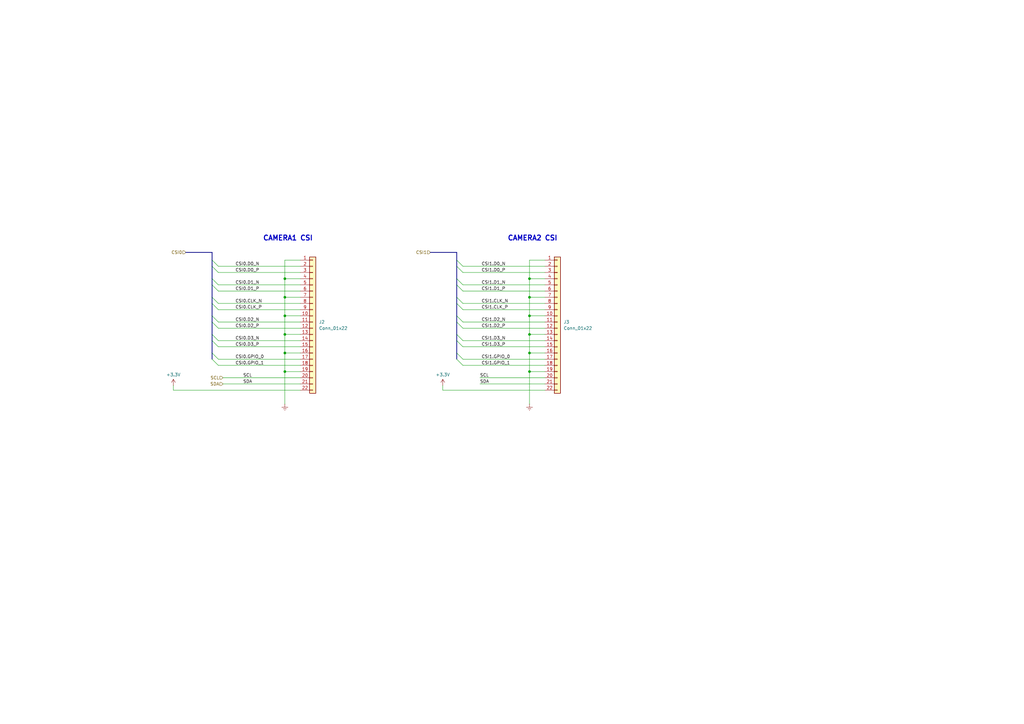
<source format=kicad_sch>
(kicad_sch (version 20250114) (generator "eeschema") (generator_version "9.0")
  (paper "A3")
  (title_block (title "Open-Sentinel") (date "2025-12-28") (rev "0.9"))
  (lib_symbols
    (symbol "Connector_Generic:Conn_01x22" (pin_names (offset 1.016) (hide yes))
      (property "Reference" "J" (at 0 27.94 0))
      (property "Value" "Conn_01x22" (at 0 -30.48 0))
      (symbol "Conn_01x22_1_1"
        (rectangle (start -1.27 26.67) (end 1.27 -29.21) (stroke (width 0.254)) (fill (type background)))
        (rectangle (start -1.27 25.527) (end 0 25.273) (stroke (width 0.1524)))
        (rectangle (start -1.27 22.987) (end 0 22.733) (stroke (width 0.1524)))
        (rectangle (start -1.27 20.447) (end 0 20.193) (stroke (width 0.1524)))
        (rectangle (start -1.27 17.907) (end 0 17.653) (stroke (width 0.1524)))
        (rectangle (start -1.27 15.367) (end 0 15.113) (stroke (width 0.1524)))
        (rectangle (start -1.27 12.827) (end 0 12.573) (stroke (width 0.1524)))
        (rectangle (start -1.27 10.287) (end 0 10.033) (stroke (width 0.1524)))
        (rectangle (start -1.27 7.747) (end 0 7.493) (stroke (width 0.1524)))
        (rectangle (start -1.27 5.207) (end 0 4.953) (stroke (width 0.1524)))
        (rectangle (start -1.27 2.667) (end 0 2.413) (stroke (width 0.1524)))
        (rectangle (start -1.27 0.127) (end 0 -0.127) (stroke (width 0.1524)))
        (rectangle (start -1.27 -2.413) (end 0 -2.667) (stroke (width 0.1524)))
        (rectangle (start -1.27 -4.953) (end 0 -5.207) (stroke (width 0.1524)))
        (rectangle (start -1.27 -7.493) (end 0 -7.747) (stroke (width 0.1524)))
        (rectangle (start -1.27 -10.033) (end 0 -10.287) (stroke (width 0.1524)))
        (rectangle (start -1.27 -12.573) (end 0 -12.827) (stroke (width 0.1524)))
        (rectangle (start -1.27 -15.113) (end 0 -15.367) (stroke (width 0.1524)))
        (rectangle (start -1.27 -17.653) (end 0 -17.907) (stroke (width 0.1524)))
        (rectangle (start -1.27 -20.193) (end 0 -20.447) (stroke (width 0.1524)))
        (rectangle (start -1.27 -22.733) (end 0 -22.987) (stroke (width 0.1524)))
        (rectangle (start -1.27 -25.273) (end 0 -25.527) (stroke (width 0.1524)))
        (rectangle (start -1.27 -27.813) (end 0 -28.067) (stroke (width 0.1524)))
        (pin passive line (at -5.08 25.4 0) (length 3.81) (name "Pin_1") (number "1"))
        (pin passive line (at -5.08 22.86 0) (length 3.81) (name "Pin_2") (number "2"))
        (pin passive line (at -5.08 20.32 0) (length 3.81) (name "Pin_3") (number "3"))
        (pin passive line (at -5.08 17.78 0) (length 3.81) (name "Pin_4") (number "4"))
        (pin passive line (at -5.08 15.24 0) (length 3.81) (name "Pin_5") (number "5"))
        (pin passive line (at -5.08 12.7 0) (length 3.81) (name "Pin_6") (number "6"))
        (pin passive line (at -5.08 10.16 0) (length 3.81) (name "Pin_7") (number "7"))
        (pin passive line (at -5.08 7.62 0) (length 3.81) (name "Pin_8") (number "8"))
        (pin passive line (at -5.08 5.08 0) (length 3.81) (name "Pin_9") (number "9"))
        (pin passive line (at -5.08 2.54 0) (length 3.81) (name "Pin_10") (number "10"))
        (pin passive line (at -5.08 0 0) (length 3.81) (name "Pin_11") (number "11"))
        (pin passive line (at -5.08 -2.54 0) (length 3.81) (name "Pin_12") (number "12"))
        (pin passive line (at -5.08 -5.08 0) (length 3.81) (name "Pin_13") (number "13"))
        (pin passive line (at -5.08 -7.62 0) (length 3.81) (name "Pin_14") (number "14"))
        (pin passive line (at -5.08 -10.16 0) (length 3.81) (name "Pin_15") (number "15"))
        (pin passive line (at -5.08 -12.7 0) (length 3.81) (name "Pin_16") (number "16"))
        (pin passive line (at -5.08 -15.24 0) (length 3.81) (name "Pin_17") (number "17"))
        (pin passive line (at -5.08 -17.78 0) (length 3.81) (name "Pin_18") (number "18"))
        (pin passive line (at -5.08 -20.32 0) (length 3.81) (name "Pin_19") (number "19"))
        (pin passive line (at -5.08 -22.86 0) (length 3.81) (name "Pin_20") (number "20"))
        (pin passive line (at -5.08 -25.4 0) (length 3.81) (name "Pin_21") (number "21"))
        (pin passive line (at -5.08 -27.94 0) (length 3.81) (name "Pin_22") (number "22"))
      )
    )
    (symbol "power:+3.3V" (power) (pin_numbers (hide yes)) (pin_names (offset 0) (hide yes))
      (property "Value" "+3.3V" (at 0 3.556 0))
      (symbol "+3.3V_0_1"
        (polyline (pts (xy -0.762 1.27) (xy 0 2.54)))
        (polyline (pts (xy 0 2.54) (xy 0.762 1.27)))
        (polyline (pts (xy 0 0) (xy 0 2.54)))
      )
      (symbol "+3.3V_1_1"
        (pin power_in line (at 0 0 90) (length 0) (name "~") (number "1"))
      )
    )
    (symbol "power:Earth" (power) (pin_numbers (hide yes)) (pin_names (offset 0) (hide yes))
      (property "Value" "Earth" (at 0 -3.81 0))
      (symbol "Earth_0_1"
        (polyline (pts (xy -0.635 -1.905) (xy 0.635 -1.905)))
        (polyline (pts (xy -0.127 -2.54) (xy 0.127 -2.54)))
        (polyline (pts (xy 0 -1.27) (xy 0 0)))
        (polyline (pts (xy 1.27 -1.27) (xy -1.27 -1.27)))
      )
      (symbol "Earth_1_1"
        (pin power_in line (at 0 0 270) (length 0) (name "~") (number "1"))
      )
    )
  )
  (text "CAMERA2 CSI" (at 218.44 97.79 0) (effects (font (size 2.032 2.032) (thickness 0.4064) (bold yes))))
  (text "CAMERA1 CSI" (at 118.11 97.79 0) (effects (font (size 2.032 2.032) (thickness 0.4064) (bold yes))))
  (junction (at 116.84 144.78))
  (junction (at 217.17 144.78))
  (junction (at 217.17 152.4))
  (junction (at 116.84 137.16))
  (junction (at 217.17 121.92))
  (junction (at 217.17 137.16))
  (junction (at 116.84 114.3))
  (junction (at 217.17 129.54))
  (junction (at 116.84 121.92))
  (junction (at 116.84 129.54))
  (junction (at 116.84 152.4))
  (junction (at 217.17 114.3))
  (bus_entry (at 187.325 106.68) (size 2.54 2.54))
  (bus_entry (at 86.995 121.92) (size 2.54 2.54))
  (bus_entry (at 187.325 116.84) (size 2.54 2.54))
  (bus_entry (at 86.995 114.3) (size 2.54 2.54))
  (bus_entry (at 187.325 137.16) (size 2.54 2.54))
  (bus_entry (at 187.325 121.92) (size 2.54 2.54))
  (bus_entry (at 86.995 109.22) (size 2.54 2.54))
  (bus_entry (at 187.325 109.22) (size 2.54 2.54))
  (bus_entry (at 187.325 139.7) (size 2.54 2.54))
  (bus_entry (at 187.325 129.54) (size 2.54 2.54))
  (bus_entry (at 187.325 147.32) (size 2.54 2.54))
  (bus_entry (at 86.995 139.7) (size 2.54 2.54))
  (bus_entry (at 86.995 124.46) (size 2.54 2.54))
  (bus_entry (at 86.995 147.32) (size 2.54 2.54))
  (bus_entry (at 86.995 129.54) (size 2.54 2.54))
  (bus_entry (at 187.325 144.78) (size 2.54 2.54))
  (bus_entry (at 86.995 116.84) (size 2.54 2.54))
  (bus_entry (at 187.325 124.46) (size 2.54 2.54))
  (bus_entry (at 187.325 132.08) (size 2.54 2.54))
  (bus_entry (at 187.325 114.3) (size 2.54 2.54))
  (bus_entry (at 86.995 132.08) (size 2.54 2.54))
  (bus_entry (at 86.995 137.16) (size 2.54 2.54))
  (bus_entry (at 86.995 144.78) (size 2.54 2.54))
  (bus_entry (at 86.995 106.68) (size 2.54 2.54))
  (wire (pts (xy 123.19 160.02) (xy 71.12 160.02)))
  (wire (pts (xy 89.535 147.32) (xy 123.19 147.32)))
  (wire (pts (xy 217.17 152.4) (xy 217.17 165.735)))
  (wire (pts (xy 116.84 114.3) (xy 123.19 114.3)))
  (bus (pts (xy 176.53 103.505) (xy 187.325 103.505)))
  (bus (pts (xy 86.995 137.16) (xy 86.995 132.08)))
  (wire (pts (xy 196.85 157.48) (xy 223.52 157.48)))
  (bus (pts (xy 187.325 139.7) (xy 187.325 144.78)))
  (wire (pts (xy 189.865 111.76) (xy 223.52 111.76)))
  (wire (pts (xy 116.84 137.16) (xy 116.84 144.78)))
  (wire (pts (xy 189.865 116.84) (xy 223.52 116.84)))
  (wire (pts (xy 116.84 152.4) (xy 123.19 152.4)))
  (bus (pts (xy 187.325 132.08) (xy 187.325 129.54)))
  (wire (pts (xy 217.17 144.78) (xy 217.17 152.4)))
  (wire (pts (xy 189.865 124.46) (xy 223.52 124.46)))
  (wire (pts (xy 217.17 121.92) (xy 223.52 121.92)))
  (wire (pts (xy 217.17 129.54) (xy 223.52 129.54)))
  (wire (pts (xy 189.865 134.62) (xy 223.52 134.62)))
  (wire (pts (xy 223.52 106.68) (xy 217.17 106.68)))
  (wire (pts (xy 123.19 106.68) (xy 116.84 106.68)))
  (wire (pts (xy 189.865 132.08) (xy 223.52 132.08)))
  (wire (pts (xy 89.535 111.76) (xy 123.19 111.76)))
  (bus (pts (xy 86.995 124.46) (xy 86.995 121.92)))
  (wire (pts (xy 116.84 152.4) (xy 116.84 165.735)))
  (wire (pts (xy 91.44 157.48) (xy 123.19 157.48)))
  (wire (pts (xy 89.535 109.22) (xy 123.19 109.22)))
  (bus (pts (xy 187.325 129.54) (xy 187.325 124.46)))
  (wire (pts (xy 217.17 114.3) (xy 223.52 114.3)))
  (wire (pts (xy 116.84 129.54) (xy 123.19 129.54)))
  (bus (pts (xy 187.325 137.16) (xy 187.325 132.08)))
  (wire (pts (xy 189.865 142.24) (xy 223.52 142.24)))
  (bus (pts (xy 86.995 106.68) (xy 86.995 103.505)))
  (wire (pts (xy 89.535 119.38) (xy 123.19 119.38)))
  (wire (pts (xy 217.17 129.54) (xy 217.17 137.16)))
  (wire (pts (xy 189.865 119.38) (xy 223.52 119.38)))
  (bus (pts (xy 187.325 109.22) (xy 187.325 106.68)))
  (bus (pts (xy 187.325 144.78) (xy 187.325 147.32)))
  (wire (pts (xy 89.535 149.86) (xy 123.19 149.86)))
  (bus (pts (xy 187.325 106.68) (xy 187.325 103.505)))
  (wire (pts (xy 89.535 142.24) (xy 123.19 142.24)))
  (bus (pts (xy 86.995 144.78) (xy 86.995 147.32)))
  (wire (pts (xy 116.84 121.92) (xy 123.19 121.92)))
  (bus (pts (xy 86.995 139.7) (xy 86.995 144.78)))
  (wire (pts (xy 189.865 147.32) (xy 223.52 147.32)))
  (bus (pts (xy 86.995 121.92) (xy 86.995 116.84)))
  (wire (pts (xy 217.17 114.3) (xy 217.17 121.92)))
  (wire (pts (xy 89.535 116.84) (xy 123.19 116.84)))
  (wire (pts (xy 89.535 139.7) (xy 123.19 139.7)))
  (bus (pts (xy 86.995 116.84) (xy 86.995 114.3)))
  (wire (pts (xy 116.84 144.78) (xy 116.84 152.4)))
  (wire (pts (xy 223.52 160.02) (xy 181.61 160.02)))
  (wire (pts (xy 217.17 121.92) (xy 217.17 129.54)))
  (wire (pts (xy 189.865 109.22) (xy 223.52 109.22)))
  (bus (pts (xy 86.995 109.22) (xy 86.995 106.68)))
  (wire (pts (xy 89.535 127) (xy 123.19 127)))
  (bus (pts (xy 187.325 116.84) (xy 187.325 114.3)))
  (wire (pts (xy 217.17 137.16) (xy 223.52 137.16)))
  (wire (pts (xy 116.84 129.54) (xy 116.84 137.16)))
  (wire (pts (xy 91.44 154.94) (xy 123.19 154.94)))
  (wire (pts (xy 89.535 132.08) (xy 123.19 132.08)))
  (bus (pts (xy 86.995 132.08) (xy 86.995 129.54)))
  (wire (pts (xy 89.535 134.62) (xy 123.19 134.62)))
  (bus (pts (xy 86.995 129.54) (xy 86.995 124.46)))
  (wire (pts (xy 116.84 144.78) (xy 123.19 144.78)))
  (wire (pts (xy 189.865 149.86) (xy 223.52 149.86)))
  (bus (pts (xy 86.995 139.7) (xy 86.995 137.16)))
  (wire (pts (xy 217.17 106.68) (xy 217.17 114.3)))
  (wire (pts (xy 116.84 137.16) (xy 123.19 137.16)))
  (bus (pts (xy 187.325 139.7) (xy 187.325 137.16)))
  (wire (pts (xy 116.84 114.3) (xy 116.84 121.92)))
  (wire (pts (xy 196.85 154.94) (xy 223.52 154.94)))
  (wire (pts (xy 116.84 106.68) (xy 116.84 114.3)))
  (bus (pts (xy 187.325 124.46) (xy 187.325 121.92)))
  (wire (pts (xy 181.61 158.115) (xy 181.61 160.02)))
  (bus (pts (xy 86.995 114.3) (xy 86.995 109.22)))
  (bus (pts (xy 76.2 103.505) (xy 86.995 103.505)))
  (bus (pts (xy 187.325 121.92) (xy 187.325 116.84)))
  (wire (pts (xy 89.535 124.46) (xy 123.19 124.46)))
  (wire (pts (xy 189.865 139.7) (xy 223.52 139.7)))
  (wire (pts (xy 116.84 121.92) (xy 116.84 129.54)))
  (bus (pts (xy 187.325 114.3) (xy 187.325 109.22)))
  (wire (pts (xy 189.865 127) (xy 223.52 127)))
  (wire (pts (xy 217.17 137.16) (xy 217.17 144.78)))
  (wire (pts (xy 217.17 144.78) (xy 223.52 144.78)))
  (wire (pts (xy 71.12 158.115) (xy 71.12 160.02)))
  (wire (pts (xy 217.17 152.4) (xy 223.52 152.4)))
  (label "CSI1.D3_P" (at 197.485 142.24 0))
  (label "CSI1.CLK_P" (at 197.485 127 0))
  (label "CSI0.D3_N" (at 96.52 139.7 0))
  (label "CSI1.CLK_N" (at 197.485 124.46 0))
  (label "CSI0.D0_N" (at 96.52 109.22 0))
  (label "CSI0.GPIO_1" (at 96.52 149.86 0))
  (label "SDA" (at 99.695 157.48 0))
  (label "CSI1.D2_N" (at 197.485 132.08 0))
  (label "CSI1.D3_N" (at 197.485 139.7 0))
  (label "CSI0.D1_N" (at 96.52 116.84 0))
  (label "SCL" (at 99.695 154.94 0))
  (label "CSI1.D0_P" (at 197.485 111.76 0))
  (label "SDA" (at 196.85 157.48 0))
  (label "CSI0.D0_P" (at 96.52 111.76 0))
  (label "CSI0.D1_P" (at 96.52 119.38 0))
  (label "CSI1.GPIO_0" (at 197.485 147.32 0))
  (label "CSI0.D2_N" (at 96.52 132.08 0))
  (label "CSI0.CLK_N" (at 96.52 124.46 0))
  (label "CSI1.D2_P" (at 197.485 134.62 0))
  (label "CSI0.D3_P" (at 96.52 142.24 0))
  (label "CSI1.GPIO_1" (at 197.485 149.86 0))
  (label "CSI1.D1_N" (at 197.485 116.84 0))
  (label "SCL" (at 196.85 154.94 0))
  (label "CSI1.D0_N" (at 197.485 109.22 0))
  (label "CSI0.GPIO_0" (at 96.52 147.32 0))
  (label "CSI0.D2_P" (at 96.52 134.62 0))
  (label "CSI0.CLK_P" (at 96.52 127 0))
  (label "CSI1.D1_P" (at 197.485 119.38 0))
  (hierarchical_label "CSI0" (shape input) (at 76.2 103.505 180))
  (hierarchical_label "SDA" (shape input) (at 91.44 157.48 180))
  (hierarchical_label "CSI1" (shape input) (at 176.53 103.505 180))
  (hierarchical_label "SCL" (shape input) (at 91.44 154.94 180))
  (symbol (lib_id "power:Earth") (at 116.84 165.735 0) (unit 1)
    (property "Reference" "#PWR013" (effects (hide yes)))
    (property "Value" "GND" (effects (hide yes)))
    (property "Description" "Power symbol creates a global label with name \"Earth\"" (effects (hide yes)))
  )
  (symbol (lib_id "power:+3.3V") (at 181.61 158.115 0) (unit 1)
    (property "Reference" "#PWR015" (effects (hide yes)))
    (property "Value" "+3.3V" (at 181.61 153.67 0))
    (property "Description" "Power symbol creates a global label with name \"+3.3V\"" (effects (hide yes)))
  )
  (symbol (lib_id "power:+3.3V") (at 71.12 158.115 0) (unit 1)
    (property "Reference" "#PWR014" (effects (hide yes)))
    (property "Value" "+3.3V" (at 71.12 153.67 0))
    (property "Description" "Power symbol creates a global label with name \"+3.3V\"" (effects (hide yes)))
  )
  (symbol (lib_id "power:Earth") (at 217.17 165.735 0) (unit 1)
    (property "Reference" "#PWR016" (effects (hide yes)))
    (property "Value" "GND" (effects (hide yes)))
    (property "Description" "Power symbol creates a global label with name \"Earth\"" (effects (hide yes)))
  )
  (symbol (lib_id "Connector_Generic:Conn_01x22") (at 128.27 132.08 0) (unit 1)
    (property "Reference" "J2" (at 130.81 132.0799 0) (effects (justify left)))
    (property "Value" "Conn_01x22" (at 130.81 134.6199 0) (effects (justify left)))
    (property "Description" "Generic connector, single row, 01x22, script generated (kicad-library-utils/schlib/autogen/connector/)" (effects (hide yes)))
  )
  (symbol (lib_id "Connector_Generic:Conn_01x22") (at 228.6 132.08 0) (unit 1)
    (property "Reference" "J3" (at 231.14 132.0799 0) (effects (justify left)))
    (property "Value" "Conn_01x22" (at 231.14 134.6199 0) (effects (justify left)))
    (property "Description" "Generic connector, single row, 01x22, script generated (kicad-library-utils/schlib/autogen/connector/)" (effects (hide yes)))
  )
)
</source>
